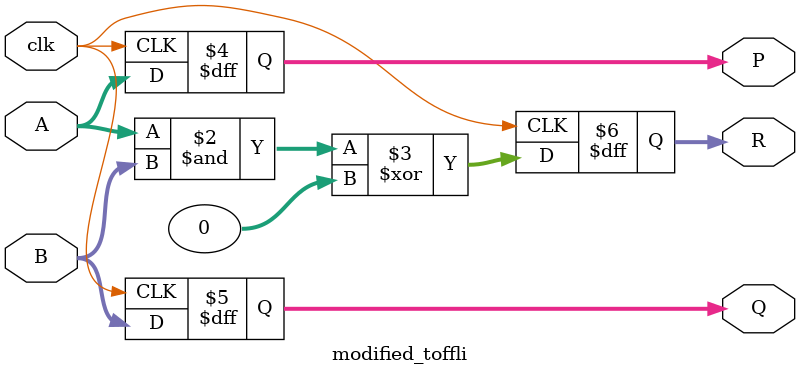
<source format=v>
module modified_toffli (//AND operation
    input clk,
    input [31:0] A,
    input [31:0] B,
    output reg [31:0] P,
    output reg [31:0] Q,
    output reg [31:0] R
);
parameter C=1'b0;

always @ (posedge clk) begin
    P <= A;
    Q <= B;
    R <= (A & B)^{32{C}};
end
endmodule

</source>
